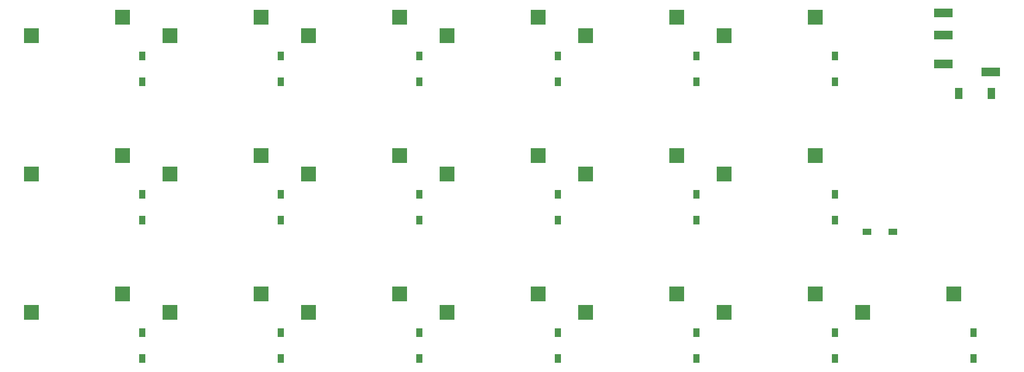
<source format=gbr>
%TF.GenerationSoftware,KiCad,Pcbnew,8.0.7*%
%TF.CreationDate,2024-12-30T11:07:06+09:00*%
%TF.ProjectId,pisces,70697363-6573-42e6-9b69-6361645f7063,rev?*%
%TF.SameCoordinates,Original*%
%TF.FileFunction,Paste,Bot*%
%TF.FilePolarity,Positive*%
%FSLAX46Y46*%
G04 Gerber Fmt 4.6, Leading zero omitted, Abs format (unit mm)*
G04 Created by KiCad (PCBNEW 8.0.7) date 2024-12-30 11:07:06*
%MOMM*%
%LPD*%
G01*
G04 APERTURE LIST*
%ADD10R,2.000000X2.000000*%
%ADD11R,2.500000X1.200000*%
%ADD12R,1.300000X0.950000*%
%ADD13R,1.100000X1.600000*%
%ADD14R,0.950000X1.300000*%
G04 APERTURE END LIST*
D10*
%TO.C,SW1*%
X50232000Y-39078500D03*
X62732000Y-36538500D03*
%TD*%
%TO.C,SW2*%
X50232000Y-58128500D03*
X62732000Y-55588500D03*
%TD*%
%TO.C,SW3*%
X50232000Y-77178500D03*
X62732000Y-74638500D03*
%TD*%
%TO.C,SW4*%
X69282000Y-39078500D03*
X81782000Y-36538500D03*
%TD*%
%TO.C,SW5*%
X69282000Y-58128500D03*
X81782000Y-55588500D03*
%TD*%
%TO.C,SW6*%
X69282000Y-77178500D03*
X81782000Y-74638500D03*
%TD*%
%TO.C,SW7*%
X88332000Y-39078500D03*
X100832000Y-36538500D03*
%TD*%
%TO.C,SW8*%
X88332000Y-58128500D03*
X100832000Y-55588500D03*
%TD*%
%TO.C,SW9*%
X88332000Y-77178500D03*
X100832000Y-74638500D03*
%TD*%
%TO.C,SW10*%
X107382000Y-39078500D03*
X119882000Y-36538500D03*
%TD*%
%TO.C,SW11*%
X107382000Y-58128500D03*
X119882000Y-55588500D03*
%TD*%
%TO.C,SW12*%
X107382000Y-77178500D03*
X119882000Y-74638500D03*
%TD*%
%TO.C,SW13*%
X126432000Y-39078500D03*
X138932000Y-36538500D03*
%TD*%
%TO.C,SW14*%
X126432000Y-58128500D03*
X138932000Y-55588500D03*
%TD*%
%TO.C,SW15*%
X126432000Y-77178500D03*
X138932000Y-74638500D03*
%TD*%
%TO.C,SW16*%
X145482000Y-39078500D03*
X157982000Y-36538500D03*
%TD*%
%TO.C,SW17*%
X145482000Y-58128500D03*
X157982000Y-55588500D03*
%TD*%
%TO.C,SW18*%
X145482000Y-77178500D03*
X157982000Y-74638500D03*
%TD*%
%TO.C,SW19*%
X164532000Y-77178500D03*
X177032000Y-74638500D03*
%TD*%
D11*
%TO.C,J2*%
X175586000Y-38931500D03*
X175586000Y-35931500D03*
X182086000Y-44031500D03*
X175586000Y-42931500D03*
%TD*%
D12*
%TO.C,D_H1*%
X165059500Y-66104000D03*
X168609500Y-66104000D03*
%TD*%
D13*
%TO.C,RSTSW1*%
X177729000Y-46990500D03*
X182229000Y-46990500D03*
%TD*%
D14*
%TO.C,D1*%
X65425000Y-45400000D03*
X65425000Y-41850000D03*
%TD*%
%TO.C,D2*%
X65425000Y-64450000D03*
X65425000Y-60900000D03*
%TD*%
%TO.C,D3*%
X65425000Y-83500000D03*
X65425000Y-79950000D03*
%TD*%
%TO.C,D7*%
X103525000Y-45400000D03*
X103525000Y-41850000D03*
%TD*%
%TO.C,D8*%
X103525000Y-64450000D03*
X103525000Y-60900000D03*
%TD*%
%TO.C,D10*%
X122575000Y-45400000D03*
X122575000Y-41850000D03*
%TD*%
%TO.C,D11*%
X122575000Y-64450000D03*
X122575000Y-60900000D03*
%TD*%
%TO.C,D12*%
X122575000Y-83500000D03*
X122575000Y-79950000D03*
%TD*%
%TO.C,D14*%
X141625000Y-64450000D03*
X141625000Y-60900000D03*
%TD*%
%TO.C,D15*%
X141625000Y-83500000D03*
X141625000Y-79950000D03*
%TD*%
%TO.C,D17*%
X160675000Y-64450000D03*
X160675000Y-60900000D03*
%TD*%
%TO.C,D18*%
X160675000Y-83500000D03*
X160675000Y-79950000D03*
%TD*%
%TO.C,D4*%
X84474999Y-45400000D03*
X84474999Y-41850000D03*
%TD*%
%TO.C,D5*%
X84474999Y-64450000D03*
X84474999Y-60900000D03*
%TD*%
%TO.C,D6*%
X84474999Y-83500000D03*
X84474999Y-79950000D03*
%TD*%
%TO.C,D9*%
X103525000Y-83500000D03*
X103525000Y-79950000D03*
%TD*%
%TO.C,D13*%
X141625000Y-45400000D03*
X141625000Y-41850000D03*
%TD*%
%TO.C,D16*%
X160675000Y-45400000D03*
X160675000Y-41850000D03*
%TD*%
%TO.C,D19*%
X179725000Y-83500000D03*
X179725000Y-79950000D03*
%TD*%
M02*

</source>
